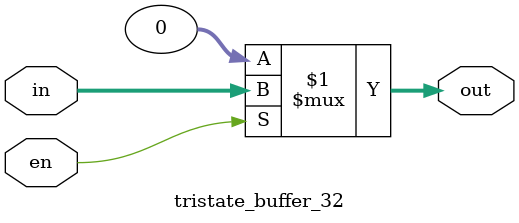
<source format=v>
module tristate_buffer_32(in, en, out); 

	input[31:0] in; 
	input en; 
	output[31:0] out; 
	
	assign out = (en) ? in : 32'd0;
endmodule

</source>
